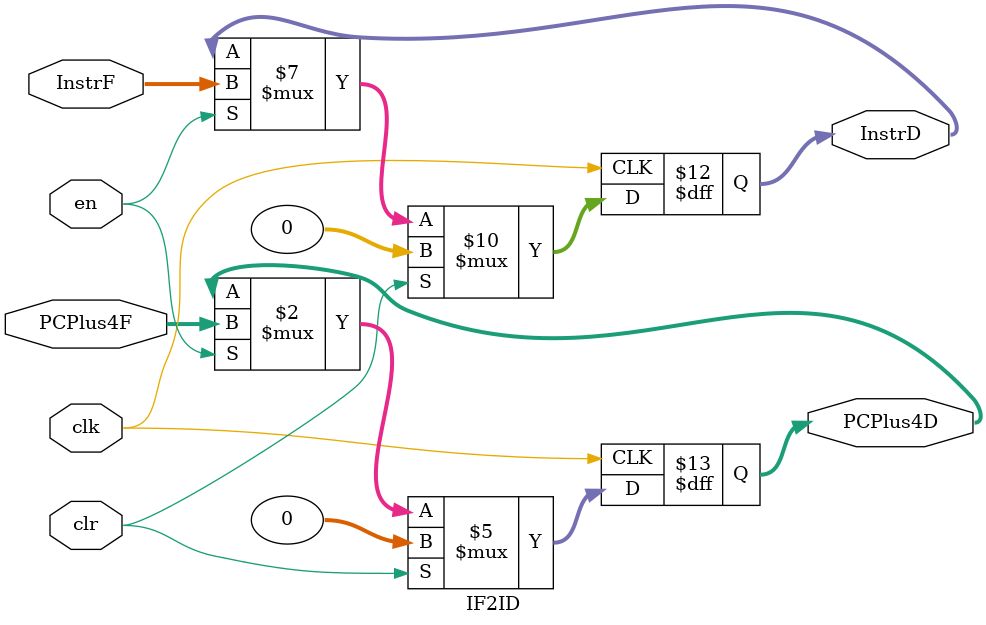
<source format=sv>

module IF2ID
    (input logic [31:0] InstrF, PCPlus4F,
    input clk, clr, en,
    output logic [31:0] InstrD, PCPlus4D);

    // NOTE: clr has precedence over enable, this ensures that during the stall situation
    // it resets the STALL signals so that in the subsequent cycle, the next instruction
    // depending on branch or jump is loaded correctly into PCreg out, else in the next clock cycle
    // the stall signals remain and the computation is done using PC+4 as the jump or branch address
    // never got loaded

    always_ff @(posedge clk)
        begin
            if(clr)
                begin
                    InstrD <= 32'b0;
                    PCPlus4D <= 32'b0;
                end
            else if(en) //logic 0 enable
                begin
                    InstrD <= InstrF;
                    PCPlus4D <= PCPlus4F;
                end
        end
endmodule

</source>
